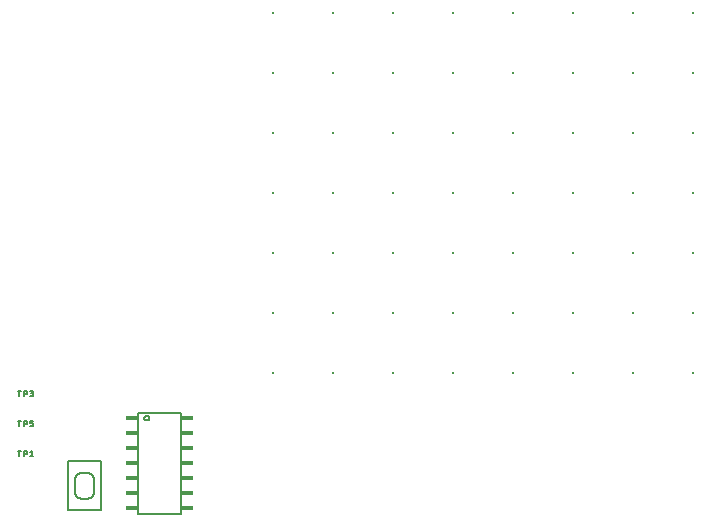
<source format=gbr>
G04 EAGLE Gerber RS-274X export*
G75*
%MOMM*%
%FSLAX34Y34*%
%LPD*%
%INSilkscreen Top*%
%IPPOS*%
%AMOC8*
5,1,8,0,0,1.08239X$1,22.5*%
G01*
%ADD10R,0.200000X0.200000*%
%ADD11C,0.127000*%
%ADD12C,0.152400*%
%ADD13R,1.016000X0.355600*%
%ADD14C,0.200000*%


D10*
X496300Y469900D03*
X547100Y419100D03*
X597900Y419100D03*
X648700Y419100D03*
X699500Y419100D03*
X750300Y419100D03*
X801100Y419100D03*
X851900Y419100D03*
X496300Y368300D03*
X547100Y368300D03*
X597900Y368300D03*
X547100Y469900D03*
X648700Y368300D03*
X699500Y368300D03*
X750300Y368300D03*
X801100Y368300D03*
X851900Y368300D03*
X496300Y317500D03*
X547100Y317500D03*
X597900Y317500D03*
X648700Y317500D03*
X699500Y317500D03*
X597900Y469900D03*
X750300Y317500D03*
X801100Y317500D03*
X851900Y317500D03*
X496300Y266700D03*
X547100Y266700D03*
X597900Y266700D03*
X648700Y266700D03*
X699500Y266700D03*
X750300Y266700D03*
X801100Y266700D03*
X648700Y469900D03*
X851900Y266700D03*
X496300Y215900D03*
X547100Y215900D03*
X597900Y215900D03*
X648700Y215900D03*
X699500Y215900D03*
X750300Y215900D03*
X801100Y215900D03*
X851900Y215900D03*
X496300Y165100D03*
X699500Y469900D03*
X547100Y165100D03*
X597900Y165100D03*
X648700Y165100D03*
X699500Y165100D03*
X750300Y165100D03*
X801100Y165100D03*
X851900Y165100D03*
X750300Y469900D03*
X801100Y469900D03*
X851900Y469900D03*
X496300Y419100D03*
D11*
X350550Y90850D02*
X350550Y48850D01*
X322550Y48850D01*
X322550Y90850D01*
X350550Y90850D01*
X334550Y80850D02*
X334398Y80848D01*
X334246Y80842D01*
X334094Y80833D01*
X333943Y80819D01*
X333792Y80802D01*
X333641Y80781D01*
X333491Y80756D01*
X333342Y80727D01*
X333194Y80695D01*
X333046Y80658D01*
X332899Y80619D01*
X332754Y80575D01*
X332609Y80527D01*
X332466Y80477D01*
X332324Y80422D01*
X332184Y80364D01*
X332045Y80302D01*
X331908Y80237D01*
X331772Y80168D01*
X331638Y80096D01*
X331506Y80021D01*
X331376Y79942D01*
X331248Y79860D01*
X331122Y79775D01*
X330999Y79686D01*
X330877Y79595D01*
X330758Y79500D01*
X330642Y79403D01*
X330528Y79302D01*
X330416Y79199D01*
X330307Y79093D01*
X330201Y78984D01*
X330098Y78872D01*
X329997Y78758D01*
X329900Y78642D01*
X329805Y78523D01*
X329714Y78401D01*
X329625Y78278D01*
X329540Y78152D01*
X329458Y78024D01*
X329379Y77894D01*
X329304Y77762D01*
X329232Y77628D01*
X329163Y77492D01*
X329098Y77355D01*
X329036Y77216D01*
X328978Y77076D01*
X328923Y76934D01*
X328873Y76791D01*
X328825Y76646D01*
X328781Y76501D01*
X328742Y76354D01*
X328705Y76206D01*
X328673Y76058D01*
X328644Y75909D01*
X328619Y75759D01*
X328598Y75608D01*
X328581Y75457D01*
X328567Y75306D01*
X328558Y75154D01*
X328552Y75002D01*
X328550Y74850D01*
X334550Y80850D02*
X338550Y80850D01*
X338702Y80848D01*
X338854Y80842D01*
X339006Y80833D01*
X339157Y80819D01*
X339308Y80802D01*
X339459Y80781D01*
X339609Y80756D01*
X339758Y80727D01*
X339906Y80695D01*
X340054Y80658D01*
X340201Y80619D01*
X340346Y80575D01*
X340491Y80527D01*
X340634Y80477D01*
X340776Y80422D01*
X340916Y80364D01*
X341055Y80302D01*
X341192Y80237D01*
X341328Y80168D01*
X341462Y80096D01*
X341594Y80021D01*
X341724Y79942D01*
X341852Y79860D01*
X341978Y79775D01*
X342101Y79686D01*
X342223Y79595D01*
X342342Y79500D01*
X342458Y79403D01*
X342572Y79302D01*
X342684Y79199D01*
X342793Y79093D01*
X342899Y78984D01*
X343002Y78872D01*
X343103Y78758D01*
X343200Y78642D01*
X343295Y78523D01*
X343386Y78401D01*
X343475Y78278D01*
X343560Y78152D01*
X343642Y78024D01*
X343721Y77894D01*
X343796Y77762D01*
X343868Y77628D01*
X343937Y77492D01*
X344002Y77355D01*
X344064Y77216D01*
X344122Y77076D01*
X344177Y76934D01*
X344227Y76791D01*
X344275Y76646D01*
X344319Y76501D01*
X344358Y76354D01*
X344395Y76206D01*
X344427Y76058D01*
X344456Y75909D01*
X344481Y75759D01*
X344502Y75608D01*
X344519Y75457D01*
X344533Y75306D01*
X344542Y75154D01*
X344548Y75002D01*
X344550Y74850D01*
X344550Y64850D01*
X344548Y64698D01*
X344542Y64546D01*
X344533Y64394D01*
X344519Y64243D01*
X344502Y64092D01*
X344481Y63941D01*
X344456Y63791D01*
X344427Y63642D01*
X344395Y63494D01*
X344358Y63346D01*
X344319Y63199D01*
X344275Y63054D01*
X344227Y62909D01*
X344177Y62766D01*
X344122Y62624D01*
X344064Y62484D01*
X344002Y62345D01*
X343937Y62208D01*
X343868Y62072D01*
X343796Y61938D01*
X343721Y61806D01*
X343642Y61676D01*
X343560Y61548D01*
X343475Y61422D01*
X343386Y61299D01*
X343295Y61177D01*
X343200Y61058D01*
X343103Y60942D01*
X343002Y60828D01*
X342899Y60716D01*
X342793Y60607D01*
X342684Y60501D01*
X342572Y60398D01*
X342458Y60297D01*
X342342Y60200D01*
X342223Y60105D01*
X342101Y60014D01*
X341978Y59925D01*
X341852Y59840D01*
X341724Y59758D01*
X341594Y59679D01*
X341462Y59604D01*
X341328Y59532D01*
X341192Y59463D01*
X341055Y59398D01*
X340916Y59336D01*
X340776Y59278D01*
X340634Y59223D01*
X340491Y59173D01*
X340346Y59125D01*
X340201Y59081D01*
X340054Y59042D01*
X339906Y59005D01*
X339758Y58973D01*
X339609Y58944D01*
X339459Y58919D01*
X339308Y58898D01*
X339157Y58881D01*
X339006Y58867D01*
X338854Y58858D01*
X338702Y58852D01*
X338550Y58850D01*
X334550Y58850D01*
X334398Y58852D01*
X334246Y58858D01*
X334094Y58867D01*
X333943Y58881D01*
X333792Y58898D01*
X333641Y58919D01*
X333491Y58944D01*
X333342Y58973D01*
X333194Y59005D01*
X333046Y59042D01*
X332899Y59081D01*
X332754Y59125D01*
X332609Y59173D01*
X332466Y59223D01*
X332324Y59278D01*
X332184Y59336D01*
X332045Y59398D01*
X331908Y59463D01*
X331772Y59532D01*
X331638Y59604D01*
X331506Y59679D01*
X331376Y59758D01*
X331248Y59840D01*
X331122Y59925D01*
X330999Y60014D01*
X330877Y60105D01*
X330758Y60200D01*
X330642Y60297D01*
X330528Y60398D01*
X330416Y60501D01*
X330307Y60607D01*
X330201Y60716D01*
X330098Y60828D01*
X329997Y60942D01*
X329900Y61058D01*
X329805Y61177D01*
X329714Y61299D01*
X329625Y61422D01*
X329540Y61548D01*
X329458Y61676D01*
X329379Y61806D01*
X329304Y61938D01*
X329232Y62072D01*
X329163Y62208D01*
X329098Y62345D01*
X329036Y62484D01*
X328978Y62624D01*
X328923Y62766D01*
X328873Y62909D01*
X328825Y63054D01*
X328781Y63199D01*
X328742Y63346D01*
X328705Y63494D01*
X328673Y63642D01*
X328644Y63791D01*
X328619Y63941D01*
X328598Y64092D01*
X328581Y64243D01*
X328567Y64394D01*
X328558Y64546D01*
X328552Y64698D01*
X328550Y64850D01*
X328550Y74850D01*
D12*
X382140Y46230D02*
X382140Y131570D01*
X382140Y46230D02*
X417960Y46230D01*
X417960Y131570D01*
X382140Y131570D01*
D13*
X423545Y127000D03*
X423545Y114300D03*
X423545Y101600D03*
X423545Y88900D03*
X423545Y76200D03*
X423545Y63500D03*
X423545Y50800D03*
X376555Y50800D03*
X376555Y63500D03*
X376555Y76200D03*
X376555Y88900D03*
X376555Y101600D03*
X376555Y114300D03*
X376555Y127000D03*
D14*
X387288Y127075D02*
X387290Y127164D01*
X387296Y127253D01*
X387306Y127342D01*
X387320Y127430D01*
X387337Y127517D01*
X387359Y127603D01*
X387385Y127689D01*
X387414Y127773D01*
X387447Y127856D01*
X387483Y127937D01*
X387524Y128017D01*
X387567Y128094D01*
X387614Y128170D01*
X387665Y128243D01*
X387718Y128314D01*
X387775Y128383D01*
X387835Y128449D01*
X387898Y128513D01*
X387963Y128573D01*
X388031Y128631D01*
X388102Y128685D01*
X388175Y128736D01*
X388250Y128784D01*
X388327Y128829D01*
X388406Y128870D01*
X388487Y128907D01*
X388569Y128941D01*
X388653Y128972D01*
X388738Y128998D01*
X388824Y129021D01*
X388911Y129039D01*
X388999Y129054D01*
X389088Y129065D01*
X389177Y129072D01*
X389266Y129075D01*
X389355Y129074D01*
X389444Y129069D01*
X389532Y129060D01*
X389621Y129047D01*
X389708Y129030D01*
X389795Y129010D01*
X389881Y128985D01*
X389965Y128957D01*
X390048Y128925D01*
X390130Y128889D01*
X390210Y128850D01*
X390288Y128807D01*
X390364Y128761D01*
X390438Y128711D01*
X390510Y128658D01*
X390579Y128602D01*
X390646Y128543D01*
X390710Y128481D01*
X390771Y128417D01*
X390830Y128349D01*
X390885Y128279D01*
X390937Y128207D01*
X390986Y128132D01*
X391031Y128056D01*
X391073Y127977D01*
X391111Y127897D01*
X391146Y127815D01*
X391177Y127731D01*
X391205Y127646D01*
X391228Y127560D01*
X391248Y127473D01*
X391264Y127386D01*
X391276Y127297D01*
X391284Y127209D01*
X391288Y127120D01*
X391288Y127030D01*
X391284Y126941D01*
X391276Y126853D01*
X391264Y126764D01*
X391248Y126677D01*
X391228Y126590D01*
X391205Y126504D01*
X391177Y126419D01*
X391146Y126335D01*
X391111Y126253D01*
X391073Y126173D01*
X391031Y126094D01*
X390986Y126018D01*
X390937Y125943D01*
X390885Y125871D01*
X390830Y125801D01*
X390771Y125733D01*
X390710Y125669D01*
X390646Y125607D01*
X390579Y125548D01*
X390510Y125492D01*
X390438Y125439D01*
X390364Y125389D01*
X390288Y125343D01*
X390210Y125300D01*
X390130Y125261D01*
X390048Y125225D01*
X389965Y125193D01*
X389881Y125165D01*
X389795Y125140D01*
X389708Y125120D01*
X389621Y125103D01*
X389532Y125090D01*
X389444Y125081D01*
X389355Y125076D01*
X389266Y125075D01*
X389177Y125078D01*
X389088Y125085D01*
X388999Y125096D01*
X388911Y125111D01*
X388824Y125129D01*
X388738Y125152D01*
X388653Y125178D01*
X388569Y125209D01*
X388487Y125243D01*
X388406Y125280D01*
X388327Y125321D01*
X388250Y125366D01*
X388175Y125414D01*
X388102Y125465D01*
X388031Y125519D01*
X387963Y125577D01*
X387898Y125637D01*
X387835Y125701D01*
X387775Y125767D01*
X387718Y125836D01*
X387665Y125907D01*
X387614Y125980D01*
X387567Y126056D01*
X387524Y126133D01*
X387483Y126213D01*
X387447Y126294D01*
X387414Y126377D01*
X387385Y126461D01*
X387359Y126547D01*
X387337Y126633D01*
X387320Y126720D01*
X387306Y126808D01*
X387296Y126897D01*
X387290Y126986D01*
X387288Y127075D01*
D11*
X281376Y99441D02*
X281376Y94615D01*
X280035Y99441D02*
X282716Y99441D01*
X285485Y99441D02*
X285485Y94615D01*
X285485Y99441D02*
X286826Y99441D01*
X286897Y99439D01*
X286969Y99433D01*
X287039Y99424D01*
X287109Y99411D01*
X287179Y99394D01*
X287247Y99373D01*
X287314Y99349D01*
X287380Y99321D01*
X287444Y99290D01*
X287507Y99255D01*
X287567Y99217D01*
X287626Y99176D01*
X287682Y99132D01*
X287736Y99085D01*
X287787Y99036D01*
X287835Y98983D01*
X287881Y98928D01*
X287923Y98871D01*
X287963Y98811D01*
X287999Y98750D01*
X288032Y98686D01*
X288061Y98621D01*
X288087Y98555D01*
X288110Y98487D01*
X288129Y98418D01*
X288144Y98348D01*
X288155Y98278D01*
X288163Y98207D01*
X288167Y98136D01*
X288167Y98064D01*
X288163Y97993D01*
X288155Y97922D01*
X288144Y97852D01*
X288129Y97782D01*
X288110Y97713D01*
X288087Y97645D01*
X288061Y97579D01*
X288032Y97514D01*
X287999Y97450D01*
X287963Y97389D01*
X287923Y97329D01*
X287881Y97272D01*
X287835Y97217D01*
X287787Y97164D01*
X287736Y97115D01*
X287682Y97068D01*
X287626Y97024D01*
X287567Y96983D01*
X287507Y96945D01*
X287444Y96910D01*
X287380Y96879D01*
X287314Y96851D01*
X287247Y96827D01*
X287179Y96806D01*
X287109Y96789D01*
X287039Y96776D01*
X286969Y96767D01*
X286897Y96761D01*
X286826Y96759D01*
X286826Y96760D02*
X285485Y96760D01*
X290642Y98369D02*
X291983Y99441D01*
X291983Y94615D01*
X293323Y94615D02*
X290642Y94615D01*
X281376Y145415D02*
X281376Y150241D01*
X282716Y150241D02*
X280035Y150241D01*
X285485Y150241D02*
X285485Y145415D01*
X285485Y150241D02*
X286826Y150241D01*
X286897Y150239D01*
X286969Y150233D01*
X287039Y150224D01*
X287109Y150211D01*
X287179Y150194D01*
X287247Y150173D01*
X287314Y150149D01*
X287380Y150121D01*
X287444Y150090D01*
X287507Y150055D01*
X287567Y150017D01*
X287626Y149976D01*
X287682Y149932D01*
X287736Y149885D01*
X287787Y149836D01*
X287835Y149783D01*
X287881Y149728D01*
X287923Y149671D01*
X287963Y149611D01*
X287999Y149550D01*
X288032Y149486D01*
X288061Y149421D01*
X288087Y149355D01*
X288110Y149287D01*
X288129Y149218D01*
X288144Y149148D01*
X288155Y149078D01*
X288163Y149007D01*
X288167Y148936D01*
X288167Y148864D01*
X288163Y148793D01*
X288155Y148722D01*
X288144Y148652D01*
X288129Y148582D01*
X288110Y148513D01*
X288087Y148445D01*
X288061Y148379D01*
X288032Y148314D01*
X287999Y148250D01*
X287963Y148189D01*
X287923Y148129D01*
X287881Y148072D01*
X287835Y148017D01*
X287787Y147964D01*
X287736Y147915D01*
X287682Y147868D01*
X287626Y147824D01*
X287567Y147783D01*
X287507Y147745D01*
X287444Y147710D01*
X287380Y147679D01*
X287314Y147651D01*
X287247Y147627D01*
X287179Y147606D01*
X287109Y147589D01*
X287039Y147576D01*
X286969Y147567D01*
X286897Y147561D01*
X286826Y147559D01*
X286826Y147560D02*
X285485Y147560D01*
X290642Y145415D02*
X291983Y145415D01*
X292054Y145417D01*
X292126Y145423D01*
X292196Y145432D01*
X292266Y145445D01*
X292336Y145462D01*
X292404Y145483D01*
X292471Y145507D01*
X292537Y145535D01*
X292601Y145566D01*
X292664Y145601D01*
X292724Y145639D01*
X292783Y145680D01*
X292839Y145724D01*
X292893Y145771D01*
X292944Y145820D01*
X292992Y145873D01*
X293038Y145928D01*
X293080Y145985D01*
X293120Y146045D01*
X293156Y146106D01*
X293189Y146170D01*
X293218Y146235D01*
X293244Y146301D01*
X293267Y146369D01*
X293286Y146438D01*
X293301Y146508D01*
X293312Y146578D01*
X293320Y146649D01*
X293324Y146720D01*
X293324Y146792D01*
X293320Y146863D01*
X293312Y146934D01*
X293301Y147004D01*
X293286Y147074D01*
X293267Y147143D01*
X293244Y147211D01*
X293218Y147277D01*
X293189Y147342D01*
X293156Y147406D01*
X293120Y147467D01*
X293080Y147527D01*
X293038Y147584D01*
X292992Y147639D01*
X292944Y147692D01*
X292893Y147741D01*
X292839Y147788D01*
X292783Y147832D01*
X292724Y147873D01*
X292664Y147911D01*
X292601Y147946D01*
X292537Y147977D01*
X292471Y148005D01*
X292404Y148029D01*
X292336Y148050D01*
X292266Y148067D01*
X292196Y148080D01*
X292126Y148089D01*
X292054Y148095D01*
X291983Y148097D01*
X292251Y150241D02*
X290642Y150241D01*
X292251Y150241D02*
X292316Y150239D01*
X292380Y150233D01*
X292444Y150223D01*
X292508Y150210D01*
X292570Y150192D01*
X292631Y150171D01*
X292691Y150147D01*
X292749Y150118D01*
X292806Y150086D01*
X292860Y150051D01*
X292912Y150013D01*
X292962Y149971D01*
X293009Y149927D01*
X293053Y149880D01*
X293095Y149830D01*
X293133Y149778D01*
X293168Y149724D01*
X293200Y149667D01*
X293229Y149609D01*
X293253Y149549D01*
X293274Y149488D01*
X293292Y149426D01*
X293305Y149362D01*
X293315Y149298D01*
X293321Y149234D01*
X293323Y149169D01*
X293321Y149104D01*
X293315Y149040D01*
X293305Y148976D01*
X293292Y148912D01*
X293274Y148850D01*
X293253Y148789D01*
X293229Y148729D01*
X293200Y148671D01*
X293168Y148614D01*
X293133Y148560D01*
X293095Y148508D01*
X293053Y148458D01*
X293009Y148411D01*
X292962Y148367D01*
X292912Y148325D01*
X292860Y148287D01*
X292806Y148252D01*
X292749Y148220D01*
X292691Y148191D01*
X292631Y148167D01*
X292570Y148146D01*
X292508Y148128D01*
X292444Y148115D01*
X292380Y148105D01*
X292316Y148099D01*
X292251Y148097D01*
X292251Y148096D02*
X291178Y148096D01*
X281376Y124841D02*
X281376Y120015D01*
X280035Y124841D02*
X282716Y124841D01*
X285485Y124841D02*
X285485Y120015D01*
X285485Y124841D02*
X286826Y124841D01*
X286897Y124839D01*
X286969Y124833D01*
X287039Y124824D01*
X287109Y124811D01*
X287179Y124794D01*
X287247Y124773D01*
X287314Y124749D01*
X287380Y124721D01*
X287444Y124690D01*
X287507Y124655D01*
X287567Y124617D01*
X287626Y124576D01*
X287682Y124532D01*
X287736Y124485D01*
X287787Y124436D01*
X287835Y124383D01*
X287881Y124328D01*
X287923Y124271D01*
X287963Y124211D01*
X287999Y124150D01*
X288032Y124086D01*
X288061Y124021D01*
X288087Y123955D01*
X288110Y123887D01*
X288129Y123818D01*
X288144Y123748D01*
X288155Y123678D01*
X288163Y123607D01*
X288167Y123536D01*
X288167Y123464D01*
X288163Y123393D01*
X288155Y123322D01*
X288144Y123252D01*
X288129Y123182D01*
X288110Y123113D01*
X288087Y123045D01*
X288061Y122979D01*
X288032Y122914D01*
X287999Y122850D01*
X287963Y122789D01*
X287923Y122729D01*
X287881Y122672D01*
X287835Y122617D01*
X287787Y122564D01*
X287736Y122515D01*
X287682Y122468D01*
X287626Y122424D01*
X287567Y122383D01*
X287507Y122345D01*
X287444Y122310D01*
X287380Y122279D01*
X287314Y122251D01*
X287247Y122227D01*
X287179Y122206D01*
X287109Y122189D01*
X287039Y122176D01*
X286969Y122167D01*
X286897Y122161D01*
X286826Y122159D01*
X286826Y122160D02*
X285485Y122160D01*
X290642Y120015D02*
X292251Y120015D01*
X292316Y120017D01*
X292380Y120023D01*
X292444Y120033D01*
X292508Y120046D01*
X292570Y120064D01*
X292631Y120085D01*
X292691Y120109D01*
X292749Y120138D01*
X292806Y120170D01*
X292860Y120205D01*
X292912Y120243D01*
X292962Y120285D01*
X293009Y120329D01*
X293053Y120376D01*
X293095Y120426D01*
X293133Y120478D01*
X293168Y120532D01*
X293200Y120589D01*
X293229Y120647D01*
X293253Y120707D01*
X293274Y120768D01*
X293292Y120830D01*
X293305Y120894D01*
X293315Y120958D01*
X293321Y121022D01*
X293323Y121087D01*
X293323Y121624D01*
X293321Y121689D01*
X293315Y121753D01*
X293305Y121817D01*
X293292Y121881D01*
X293274Y121943D01*
X293253Y122004D01*
X293229Y122064D01*
X293200Y122122D01*
X293168Y122179D01*
X293133Y122233D01*
X293095Y122285D01*
X293053Y122335D01*
X293009Y122382D01*
X292962Y122426D01*
X292912Y122468D01*
X292860Y122506D01*
X292806Y122541D01*
X292749Y122573D01*
X292691Y122602D01*
X292631Y122626D01*
X292570Y122647D01*
X292508Y122665D01*
X292444Y122678D01*
X292380Y122688D01*
X292316Y122694D01*
X292251Y122696D01*
X290642Y122696D01*
X290642Y124841D01*
X293323Y124841D01*
M02*

</source>
